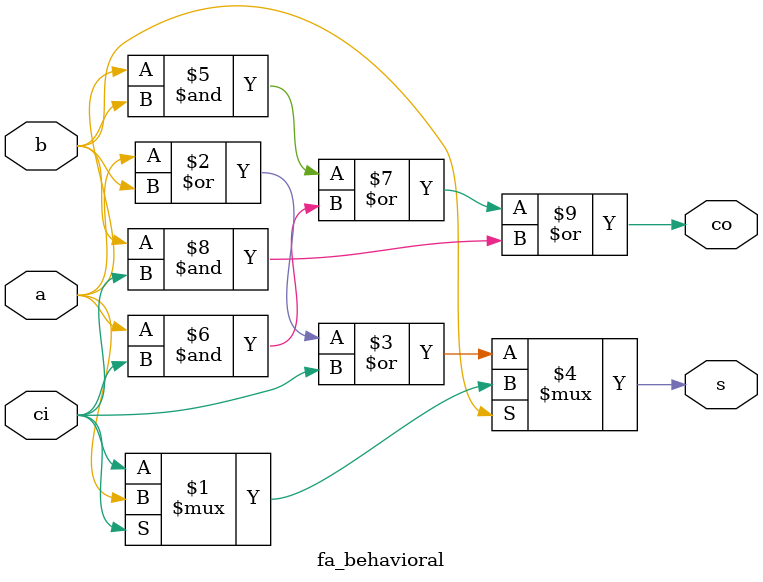
<source format=v>


module fa_behavioral
(
  a,
  b,
  ci,
  s,
  co
);

  input a;
  input b;
  input ci;
  output s;
  output co;
  assign s = (b)? (ci)? a : ci : a | b | ci;
  assign co = a & b | a & ci | b & ci;

endmodule


</source>
